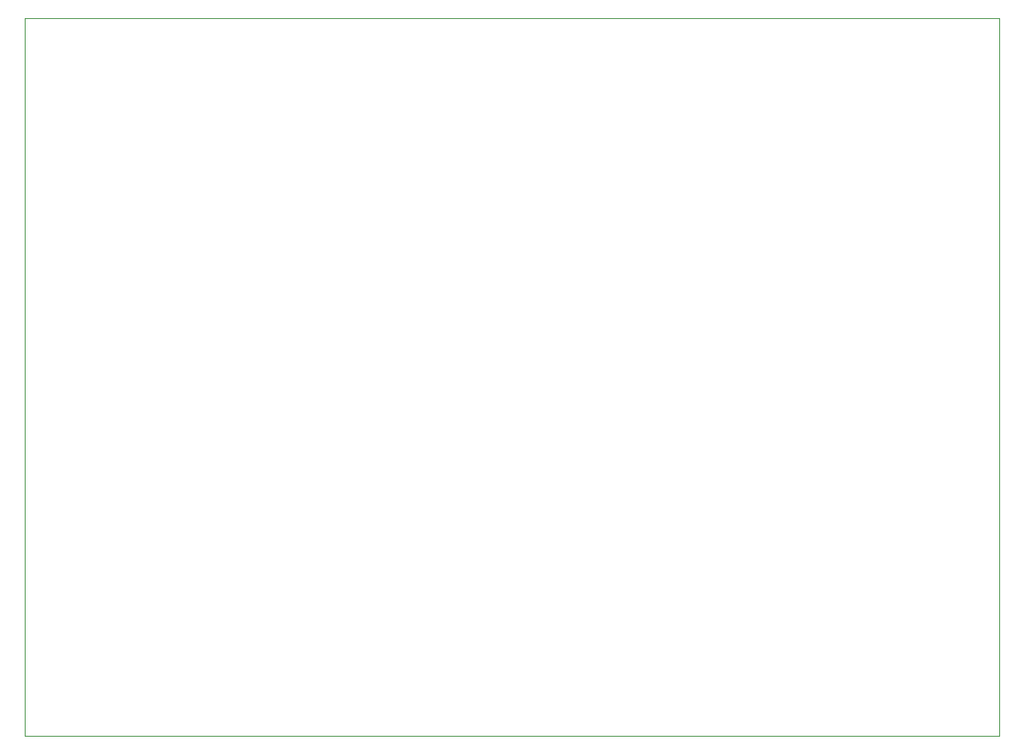
<source format=gm1>
G04 #@! TF.GenerationSoftware,KiCad,Pcbnew,8.0.1*
G04 #@! TF.CreationDate,2024-05-07T00:12:20+05:00*
G04 #@! TF.ProjectId,MyVesc,4d795665-7363-42e6-9b69-6361645f7063,rev?*
G04 #@! TF.SameCoordinates,Original*
G04 #@! TF.FileFunction,Profile,NP*
%FSLAX46Y46*%
G04 Gerber Fmt 4.6, Leading zero omitted, Abs format (unit mm)*
G04 Created by KiCad (PCBNEW 8.0.1) date 2024-05-07 00:12:20*
%MOMM*%
%LPD*%
G01*
G04 APERTURE LIST*
G04 #@! TA.AperFunction,Profile*
%ADD10C,0.050000*%
G04 #@! TD*
G04 APERTURE END LIST*
D10*
X202000000Y-83425000D02*
X302000000Y-83425000D01*
X302000000Y-157100000D01*
X202000000Y-157100000D01*
X202000000Y-83425000D01*
M02*

</source>
